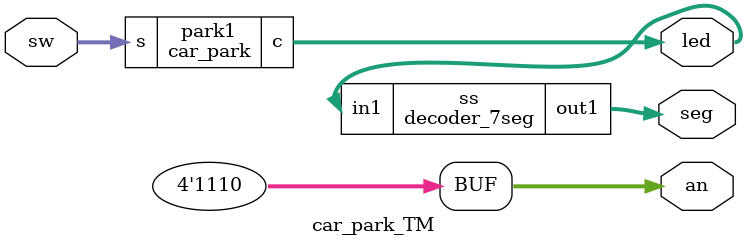
<source format=v>
`timescale 1ns / 1ps

module decoder_7seg(in1,out1);
input [3:0] in1;
output reg [6:0] out1;

always @ (in1)
case(in1)
    4'b0000 : out1 = 7'b1000000; //0
    4'b0001 : out1 = 7'b1111001; //1
    4'b0010 : out1 = 7'b0100100; //2
    4'b0011 : out1 = 7'b0110000; //3
    4'b0100 : out1 = 7'b0011001; //4
    4'b0101 : out1 = 7'b0010010; //5
    4'b0110 : out1 = 7'b0000010; //6
    4'b0111 : out1 = 7'b1111000; //7
    4'b1000 : out1 = 7'b0000000; //8
    4'b1001 : out1 = 7'b0010000; //9
    4'b1010 : out1 = 7'b0001000; //A
    4'b1011 : out1 = 7'b0000011; //B
    4'b1100 : out1 = 7'b1000110; //C
    4'b1101 : out1 = 7'b0100001; //D
    4'b1110 : out1 = 7'b0000110; //E
    4'b1111 : out1 = 7'b0001110; //F
endcase
endmodule

module car_park(c,s);
input [8:0] s;
output reg [3:0] c;
always @(s)
c=s[8]+s[7]+s[6]+s[5]+s[4]+s[3]+s[2]+s[1]+s[0];
endmodule

module car_park_TM(led,sw,seg,an);

input [8:0] sw;
output [3:0] led;
output [6:0] seg;
output [3:0] an;

assign an = 4'b1110;

car_park park1(.c(led),.s(sw));
decoder_7seg ss(led,seg);

endmodule

</source>
